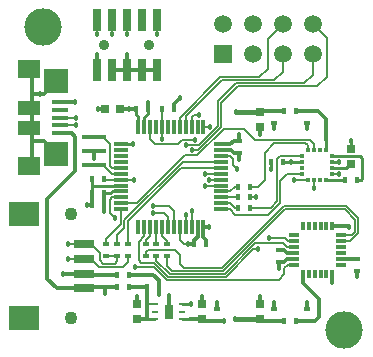
<source format=gtl>
%FSLAX24Y24*%
%MOIN*%
G70*
G01*
G75*
G04 Layer_Physical_Order=1*
G04 Layer_Color=255*
%ADD10R,0.0710X0.0300*%
%ADD11R,0.1024X0.0787*%
%ADD12R,0.0532X0.0157*%
%ADD13R,0.0748X0.0630*%
%ADD14R,0.0748X0.0472*%
%ADD15R,0.0787X0.0827*%
%ADD16R,0.0150X0.0200*%
%ADD17R,0.0291X0.0728*%
%ADD18R,0.0787X0.0157*%
%ADD19R,0.0118X0.0472*%
%ADD20R,0.0472X0.0118*%
%ADD21R,0.0236X0.0098*%
%ADD22R,0.0295X0.0472*%
%ADD23R,0.0200X0.0150*%
%ADD24R,0.0300X0.0250*%
%ADD25R,0.0335X0.0138*%
%ADD26R,0.0138X0.0315*%
%ADD27R,0.0250X0.0300*%
%ADD28R,0.0118X0.0165*%
%ADD29R,0.0165X0.0118*%
%ADD30C,0.0100*%
%ADD31C,0.0120*%
%ADD32C,0.0050*%
%ADD33C,0.0060*%
%ADD34C,0.0140*%
%ADD35C,0.0080*%
%ADD36C,0.0098*%
%ADD37C,0.0160*%
%ADD38C,0.0433*%
%ADD39C,0.0591*%
%ADD40R,0.0591X0.0591*%
%ADD41C,0.0354*%
%ADD42C,0.1250*%
%ADD43C,0.0180*%
D10*
X22630Y42582D02*
D03*
Y43074D02*
D03*
Y43566D02*
D03*
Y44058D02*
D03*
D11*
X20630Y41580D02*
D03*
Y45060D02*
D03*
D12*
X21830Y48782D02*
D03*
Y48526D02*
D03*
Y48270D02*
D03*
Y48014D02*
D03*
Y47758D02*
D03*
D13*
X20777Y46656D02*
D03*
Y49884D02*
D03*
D14*
Y48605D02*
D03*
Y47935D02*
D03*
D15*
X21702Y49490D02*
D03*
Y47050D02*
D03*
D16*
X29260Y46790D02*
D03*
X28860D02*
D03*
X23710Y42640D02*
D03*
X24110D02*
D03*
X24720Y42630D02*
D03*
X25120D02*
D03*
X23710Y43040D02*
D03*
X24110D02*
D03*
X29700Y41500D02*
D03*
X29300D02*
D03*
X26700Y44050D02*
D03*
X26300D02*
D03*
X24340Y48550D02*
D03*
X24740D02*
D03*
X23300Y45370D02*
D03*
X22900D02*
D03*
X23300Y45760D02*
D03*
X22900D02*
D03*
X29700Y48500D02*
D03*
X29300D02*
D03*
X31320Y46190D02*
D03*
X31720D02*
D03*
X23300Y46210D02*
D03*
X22900D02*
D03*
X25220Y48550D02*
D03*
X25620D02*
D03*
X28170Y45260D02*
D03*
X27770D02*
D03*
X28170Y45610D02*
D03*
X27770D02*
D03*
X28170Y45960D02*
D03*
X27770D02*
D03*
D17*
X23050Y49863D02*
D03*
Y51537D02*
D03*
X23550Y49863D02*
D03*
Y51537D02*
D03*
X24050Y49863D02*
D03*
Y51537D02*
D03*
X24550Y49863D02*
D03*
X25050D02*
D03*
X24550Y51537D02*
D03*
X25050D02*
D03*
D18*
X22950Y47622D02*
D03*
X22950Y47150D02*
D03*
X22950Y46678D02*
D03*
D19*
X24437Y47973D02*
D03*
X24634D02*
D03*
X24831D02*
D03*
X25028D02*
D03*
X25225D02*
D03*
X25422D02*
D03*
X25618D02*
D03*
X25815D02*
D03*
X26012D02*
D03*
X26209D02*
D03*
X26406D02*
D03*
X26603D02*
D03*
X24437Y44627D02*
D03*
X24634D02*
D03*
X24831D02*
D03*
X25028D02*
D03*
X25225D02*
D03*
X25422D02*
D03*
X25618D02*
D03*
X25815D02*
D03*
X26012D02*
D03*
X26209D02*
D03*
X26406D02*
D03*
X26603D02*
D03*
D20*
X23847Y47383D02*
D03*
Y47186D02*
D03*
Y46989D02*
D03*
Y46792D02*
D03*
Y46595D02*
D03*
Y46398D02*
D03*
Y46202D02*
D03*
Y46005D02*
D03*
Y45808D02*
D03*
Y45611D02*
D03*
Y45414D02*
D03*
Y45217D02*
D03*
X27193Y45217D02*
D03*
Y45414D02*
D03*
Y45611D02*
D03*
Y45808D02*
D03*
Y46005D02*
D03*
Y46202D02*
D03*
Y46398D02*
D03*
Y46595D02*
D03*
Y46792D02*
D03*
Y46989D02*
D03*
Y47186D02*
D03*
Y47383D02*
D03*
D21*
X25903Y41544D02*
D03*
Y41800D02*
D03*
Y42056D02*
D03*
X24997D02*
D03*
Y41800D02*
D03*
Y41544D02*
D03*
D22*
X25450Y41800D02*
D03*
D23*
X27050Y41500D02*
D03*
Y41900D02*
D03*
X23320Y42640D02*
D03*
Y43040D02*
D03*
X24090Y44050D02*
D03*
Y43650D02*
D03*
X23730Y44050D02*
D03*
Y43650D02*
D03*
X28950Y41500D02*
D03*
Y41900D02*
D03*
X30050Y41500D02*
D03*
Y41900D02*
D03*
X31710Y43570D02*
D03*
Y43170D02*
D03*
X27800Y47500D02*
D03*
Y47100D02*
D03*
X24680Y43650D02*
D03*
Y44050D02*
D03*
X29110Y43860D02*
D03*
Y43460D02*
D03*
X25030Y43650D02*
D03*
Y44050D02*
D03*
X25380Y43650D02*
D03*
Y44050D02*
D03*
X28950Y48500D02*
D03*
Y48100D02*
D03*
X30050Y48500D02*
D03*
Y48100D02*
D03*
X23370Y44050D02*
D03*
Y43650D02*
D03*
D24*
X26550Y41550D02*
D03*
Y42050D02*
D03*
X24400Y41550D02*
D03*
Y42050D02*
D03*
X28500Y41550D02*
D03*
Y42050D02*
D03*
X28500Y48450D02*
D03*
Y47950D02*
D03*
X31530Y46740D02*
D03*
Y47240D02*
D03*
D25*
X29632Y43368D02*
D03*
Y43565D02*
D03*
Y43762D02*
D03*
Y43958D02*
D03*
Y44155D02*
D03*
Y44352D02*
D03*
X31188Y43368D02*
D03*
Y43565D02*
D03*
Y43762D02*
D03*
Y43958D02*
D03*
Y44155D02*
D03*
Y44352D02*
D03*
D26*
X29918Y43073D02*
D03*
X30115D02*
D03*
X30312D02*
D03*
X30508D02*
D03*
X30705D02*
D03*
X30902D02*
D03*
Y44647D02*
D03*
X30705D02*
D03*
X30508D02*
D03*
X30312D02*
D03*
X30115D02*
D03*
X29918D02*
D03*
D27*
X23830Y48550D02*
D03*
X23330D02*
D03*
D28*
X30282Y47192D02*
D03*
X30478D02*
D03*
X30675Y47190D02*
D03*
X30478Y46188D02*
D03*
X30282D02*
D03*
X30085Y46188D02*
D03*
X30675Y46188D02*
D03*
X30085Y47192D02*
D03*
D29*
X30882Y46788D02*
D03*
Y46592D02*
D03*
Y46395D02*
D03*
X29878Y46592D02*
D03*
Y46788D02*
D03*
Y46985D02*
D03*
Y46395D02*
D03*
X30882Y46985D02*
D03*
D30*
X22900Y46005D02*
X23847D01*
X22900D02*
Y46210D01*
Y45760D02*
Y46005D01*
X28860Y46570D02*
Y46790D01*
X29270Y46788D02*
X29878D01*
X30882Y46985D02*
X31835D01*
X31352Y46592D02*
X31480Y46720D01*
X31318Y46188D02*
X31320Y46190D01*
X30675Y46188D02*
X31318D01*
X31530Y47240D02*
Y47486D01*
X30882Y46788D02*
X31128D01*
X24340Y48390D02*
Y48550D01*
Y48390D02*
X24437Y48293D01*
Y47973D02*
Y48293D01*
X24740Y48390D02*
Y48550D01*
X24634Y48284D02*
X24740Y48390D01*
X24634Y47973D02*
Y48284D01*
X23297Y45760D02*
X23510D01*
X23560Y45810D02*
X23845D01*
X23510Y45760D02*
X23560Y45810D01*
X23845D02*
X23847Y45808D01*
X30882Y46592D02*
X31352D01*
X31720Y46190D02*
X31850D01*
X30675Y47190D02*
Y47560D01*
X23847Y47383D02*
X24240D01*
X31850Y46190D02*
X31900Y46240D01*
Y46920D01*
X31835Y46985D02*
X31900Y46920D01*
D31*
X22900Y45370D02*
Y45760D01*
X22717Y45370D02*
X22900D01*
X30902Y42790D02*
Y43069D01*
X27610Y47100D02*
X27800D01*
X27524Y47186D02*
X27610Y47100D01*
X27193Y47186D02*
X27524D01*
X27620Y47500D02*
X27800D01*
X27503Y47383D02*
X27620Y47500D01*
X27193Y47383D02*
X27503D01*
X25620Y48710D02*
X25830Y48920D01*
X25620Y48553D02*
Y48710D01*
X23080Y48550D02*
X23327D01*
X22950Y46927D02*
Y47150D01*
X23300Y45147D02*
Y45370D01*
Y45760D01*
X29388Y43762D02*
X29632D01*
X29110Y43460D02*
X29300D01*
X29405Y43565D01*
X29632D01*
X29110Y43270D02*
Y43460D01*
X31710Y42980D02*
Y43170D01*
X31188Y43565D02*
X31705D01*
X30050Y41900D02*
Y42090D01*
X28950Y41900D02*
Y42090D01*
X28950Y47910D02*
Y48100D01*
X30050Y47910D02*
Y48100D01*
X26550Y42050D02*
Y42307D01*
X27050Y41900D02*
Y42100D01*
X24400Y42050D02*
Y42307D01*
X25448Y41802D02*
Y42320D01*
X24490Y43037D02*
X24493Y43040D01*
X26603Y44627D02*
X26803D01*
X26100Y44050D02*
X26300D01*
X27800Y47500D02*
Y47700D01*
Y46900D02*
Y47100D01*
X28500Y47710D02*
Y47950D01*
X26300Y44050D02*
Y44200D01*
X26406Y44306D01*
Y44627D01*
X26700Y44050D02*
Y44200D01*
X26603Y44297D02*
X26700Y44200D01*
X26603Y44297D02*
Y44627D01*
X28500Y48450D02*
X28550Y48500D01*
X23320Y42430D02*
Y42640D01*
X28500Y42050D02*
Y42290D01*
X29110Y43860D02*
X29290D01*
X29388Y43762D01*
X24740Y48553D02*
Y48753D01*
X29918Y42762D02*
Y43073D01*
Y42762D02*
X30450Y42230D01*
Y41640D02*
Y42230D01*
X30310Y41500D02*
X30450Y41640D01*
X30050Y41500D02*
X30310D01*
X27680Y48450D02*
X27680Y48450D01*
X30902Y44647D02*
X31417D01*
D32*
X23480Y45090D02*
X23660Y44910D01*
X24521Y43440D02*
X24951D01*
X25431Y42960D01*
X25030Y43503D02*
X25473Y43060D01*
X25030Y43503D02*
Y43650D01*
X25473Y43060D02*
X27309D01*
X25431Y42960D02*
X27350D01*
X25390Y42860D02*
X29110D01*
X24970Y43280D02*
X25390Y42860D01*
X24330Y43280D02*
X24970D01*
X24440Y43521D02*
Y44130D01*
Y43521D02*
X24521Y43440D01*
X23480Y45520D02*
X23571Y45611D01*
X23480Y45090D02*
Y45520D01*
X29165Y46985D02*
X29878D01*
X28170Y45960D02*
X28410D01*
X26012Y44627D02*
Y45040D01*
X26209Y44627D02*
Y45170D01*
X30882Y46395D02*
X31130D01*
X27473Y45217D02*
X27650Y45040D01*
X31770Y44429D02*
Y44911D01*
X31670Y44470D02*
Y44870D01*
X31497Y44155D02*
X31770Y44429D01*
X31550Y44350D02*
X31670Y44470D01*
X31188Y44155D02*
X31497D01*
X31280Y44350D02*
X31550D01*
X25830Y43400D02*
Y43680D01*
X25660Y43850D02*
X25830Y43680D01*
X24740Y43850D02*
X25660D01*
X24680Y43790D02*
X24740Y43850D01*
X24680Y43650D02*
Y43790D01*
X29382Y43958D02*
X29632D01*
X25380Y43330D02*
Y43650D01*
X27193Y45217D02*
X27473D01*
X30250Y51400D02*
X30730Y50920D01*
X25815Y47973D02*
Y48257D01*
X26012Y47973D02*
Y48312D01*
X23834Y46202D02*
X23847D01*
X25225Y47560D02*
Y47973D01*
X26650Y46005D02*
X27193D01*
X26660Y46398D02*
X27193D01*
X26780Y46202D02*
X27193D01*
X23555Y46595D02*
X23847D01*
X23480Y46670D02*
X23555Y46595D01*
X23480Y46670D02*
Y47400D01*
X23258Y47622D02*
X23480Y47400D01*
X22950Y47622D02*
X23258D01*
X23542Y46398D02*
X23847D01*
X23262Y46678D02*
X23542Y46398D01*
X22950Y46678D02*
X23262D01*
X27640Y45960D02*
X27770D01*
X27488Y45808D02*
X27640Y45960D01*
X27193Y45808D02*
X27488D01*
X27193Y45611D02*
X27769D01*
X27640Y45260D02*
X27770D01*
X27486Y45414D02*
X27640Y45260D01*
X27193Y45414D02*
X27486D01*
X25380Y44050D02*
Y44170D01*
X25225Y44325D02*
X25380Y44170D01*
X25225Y44325D02*
Y44627D01*
X25028Y44052D02*
Y44627D01*
X24680Y44050D02*
Y44180D01*
X24831Y44331D01*
Y44627D01*
X29408Y43368D02*
X29632D01*
X23571Y45611D02*
X23847D01*
Y45414D02*
X24379D01*
X25974Y47010D01*
X26390D01*
X27280Y47900D01*
X27940D01*
X28640Y46190D02*
Y47099D01*
X30282Y47192D02*
Y47398D01*
X30085Y47192D02*
Y47345D01*
X28640Y47099D02*
X28971Y47430D01*
X30000D01*
X30085Y47345D01*
X28410Y45960D02*
X28640Y46190D01*
X29395Y46395D02*
X29878D01*
X28170Y45610D02*
X28360D01*
X29060Y46880D02*
X29165Y46985D01*
X29160Y46160D02*
X29395Y46395D01*
X27650Y45040D02*
X28760D01*
X29160Y45440D01*
Y46160D01*
X28170Y45260D02*
X28839D01*
X29060Y45481D01*
Y46880D01*
X29300Y43050D02*
Y43260D01*
X29408Y43368D01*
X24634Y44324D02*
Y44627D01*
X24440Y44130D02*
X24634Y44324D01*
X29422Y44155D02*
X29632D01*
X29261Y44080D02*
X29382Y43958D01*
X29318Y44260D02*
X29422Y44155D01*
X25380Y43330D02*
X25550Y43160D01*
X27267D01*
X25830Y43400D02*
X25970Y43260D01*
X27226D01*
X27309Y43060D02*
X28329Y44080D01*
X29110Y42860D02*
X29300Y43050D01*
X28750Y50900D02*
X29250Y51400D01*
X24831Y47560D02*
Y47973D01*
Y47560D02*
X24996Y47395D01*
X25422Y44627D02*
Y44958D01*
X25300Y45080D02*
X25422Y44958D01*
X24930Y45080D02*
X25300D01*
X25618Y44627D02*
Y45142D01*
X24930Y45320D02*
X25440D01*
X25618Y45142D01*
X23847Y46202D02*
X24280D01*
X24996Y47395D02*
X25755D01*
X27193Y46989D02*
X27481D01*
X27580Y46890D01*
X25755Y47395D02*
X25880Y47520D01*
X26360D01*
X26209Y47973D02*
Y48289D01*
X26280Y48360D01*
X26460D01*
X26012Y47350D02*
X26443D01*
X26210Y47180D02*
X26415D01*
X26616Y47960D02*
X26820D01*
X26603Y47973D02*
X26616Y47960D01*
X27580Y46690D02*
Y46890D01*
Y46690D02*
X27710Y46560D01*
X26415Y47180D02*
X27200Y47965D01*
X26443Y47350D02*
X27100Y48007D01*
X27200Y47965D02*
Y48770D01*
X27100Y48007D02*
Y48811D01*
X27200Y48770D02*
X27740Y49310D01*
X27100Y48811D02*
X27699Y49410D01*
X27169Y49610D02*
X28470D01*
X26012Y48312D02*
X27210Y49510D01*
X25815Y48257D02*
X27169Y49610D01*
X28470D02*
X28750Y49890D01*
Y50900D01*
X30730Y49640D02*
Y50920D01*
X27740Y49310D02*
X30400D01*
X30730Y49640D01*
X30250Y49700D02*
Y50400D01*
X27699Y49410D02*
X29960D01*
X30250Y49700D01*
X29250Y49790D02*
Y50400D01*
X27210Y49510D02*
X28970D01*
X29250Y49790D01*
X27940Y47900D02*
X28310Y47530D01*
X30150D01*
X30282Y47398D01*
X29612Y46188D02*
X30085D01*
X29600Y46200D02*
X29612Y46188D01*
X28329Y44080D02*
X29261D01*
X28800Y44260D02*
X29318D01*
X27350Y42960D02*
X28265Y43875D01*
X28415D01*
X27267Y43160D02*
X29317Y45210D01*
X31330D01*
X31670Y44870D01*
X29276Y45310D02*
X31371D01*
X27226Y43260D02*
X29276Y45310D01*
X31371D02*
X31770Y44911D01*
D33*
X23970Y44590D02*
Y44850D01*
X23730Y44350D02*
X23970Y44590D01*
X23730Y44050D02*
Y44350D01*
X23847Y44717D02*
Y45217D01*
X23370Y44240D02*
X23847Y44717D01*
X23370Y44050D02*
Y44240D01*
X23970Y44850D02*
X25912Y46792D01*
X23370Y43650D02*
X23730D01*
X22840Y43570D02*
X23120Y43290D01*
X22634Y43570D02*
X22840D01*
X23120Y43290D02*
X23920D01*
X23250Y43400D02*
X23640D01*
X23140Y43510D02*
X23250Y43400D01*
X23140Y43510D02*
Y43760D01*
X23730Y43490D02*
Y43650D01*
X23640Y43400D02*
X23730Y43490D01*
X23920Y43290D02*
X24090Y43460D01*
X22842Y44058D02*
X23140Y43760D01*
X22630Y44058D02*
X22842D01*
X24090Y44050D02*
Y44814D01*
Y43460D02*
Y43650D01*
X22630Y43566D02*
X22634Y43570D01*
X22074Y44058D02*
X22630D01*
X22074Y43566D02*
X22630D01*
X21830Y48014D02*
X22340D01*
X21830Y48270D02*
X22340D01*
X25871Y46595D02*
X27193D01*
X25912Y46792D02*
X27193D01*
X25950Y44050D02*
X26100D01*
X25815Y44185D02*
X25950Y44050D01*
X25815Y44185D02*
Y44627D01*
X24796Y42056D02*
X24997D01*
X24090Y44814D02*
X25871Y46595D01*
D34*
X20900Y47480D02*
Y49060D01*
Y46779D02*
Y47480D01*
X21150Y49060D02*
X21272D01*
X20900D02*
X21150D01*
X20900D02*
Y49761D01*
X21272Y47480D02*
X21702Y47050D01*
X20900Y47480D02*
X21272D01*
Y49060D02*
X21702Y49490D01*
X21400Y45550D02*
X22330Y46480D01*
X21400Y42900D02*
Y45550D01*
Y42900D02*
X21718Y42582D01*
X21830Y48782D02*
X22318D01*
X25120Y42400D02*
Y42630D01*
Y42850D01*
X24930Y43040D02*
X25120Y42850D01*
X24110Y43040D02*
X24930D01*
X22212Y47758D02*
X22330Y47640D01*
Y46480D02*
Y47640D01*
X21830Y47758D02*
X22212D01*
X21718Y42582D02*
X22630D01*
X21926Y43074D02*
X22630D01*
X24690Y41544D02*
X24720Y41574D01*
Y42580D01*
X23320Y43040D02*
X23710D01*
X23320Y42640D02*
X23710D01*
X24550Y49863D02*
X25050D01*
X24050D02*
X24550D01*
X23550D02*
X24050D01*
X22870Y43040D02*
X23320D01*
X22900Y42640D02*
X23320D01*
X23830Y48550D02*
X24340D01*
X28550Y41500D02*
X28950D01*
X29300D01*
X29700D02*
X30050D01*
X26156Y41544D02*
X26550D01*
X26640Y41500D02*
X27280D01*
X24690Y41544D02*
X24744D01*
X24406D02*
X24690D01*
X24110Y42640D02*
X24720D01*
X29700Y48500D02*
X30050D01*
X28950D02*
X29300D01*
X28550D02*
X28950D01*
X30050Y48497D02*
X30413D01*
X23050Y49863D02*
Y50360D01*
X24050Y49863D02*
Y50360D01*
X30413Y48497D02*
X30675Y48235D01*
Y47560D02*
Y48235D01*
D35*
X30282Y45928D02*
Y46188D01*
X23050Y51050D02*
Y51537D01*
X23550Y51050D02*
Y51537D01*
X24050Y51050D02*
Y51537D01*
X25225Y47973D02*
Y48545D01*
X23308Y46202D02*
X23847D01*
X25050Y51050D02*
Y51537D01*
D36*
X25903Y42056D02*
X26184D01*
X25903Y41544D02*
X26156D01*
X24744D02*
X24997D01*
D37*
X27670Y41550D02*
X28500D01*
X27680Y48450D02*
X28500D01*
D38*
X22197Y41598D02*
D03*
Y45042D02*
D03*
D39*
X29250Y51400D02*
D03*
Y50400D02*
D03*
X28250Y51400D02*
D03*
Y50400D02*
D03*
X27250Y51400D02*
D03*
X30250Y50400D02*
D03*
Y51400D02*
D03*
D40*
X27250Y50400D02*
D03*
D41*
X23300Y50700D02*
D03*
X24800D02*
D03*
D42*
X21250Y51300D02*
D03*
X31300Y41200D02*
D03*
D43*
X22717Y45370D02*
D03*
X23660Y44910D02*
D03*
X23080Y48550D02*
D03*
X21150Y49060D02*
D03*
X22318Y48782D02*
D03*
X25120Y42400D02*
D03*
X25450Y42320D02*
D03*
X22074Y44058D02*
D03*
Y43566D02*
D03*
X21926Y43074D02*
D03*
X24330Y43280D02*
D03*
X22340Y48014D02*
D03*
Y48270D02*
D03*
X30675Y47560D02*
D03*
X28860Y46570D02*
D03*
X29510Y46788D02*
D03*
X30282Y45928D02*
D03*
X31130Y46395D02*
D03*
X31530Y47486D02*
D03*
X31128Y46788D02*
D03*
X26210Y47180D02*
D03*
X26012Y45040D02*
D03*
X26209Y45170D02*
D03*
X23050Y51050D02*
D03*
X23550D02*
D03*
X24050D02*
D03*
X27280Y41500D02*
D03*
X26650Y46005D02*
D03*
X26660Y46398D02*
D03*
X26780Y46202D02*
D03*
X25830Y48920D02*
D03*
X24110Y48550D02*
D03*
X22950Y46927D02*
D03*
X23300Y45147D02*
D03*
X29110Y43270D02*
D03*
X31710Y42980D02*
D03*
X30050Y42090D02*
D03*
X28950D02*
D03*
X28950Y47910D02*
D03*
X30050D02*
D03*
X26550Y42307D02*
D03*
X27050Y42100D02*
D03*
X26184Y42056D02*
D03*
X24400Y42307D02*
D03*
X26803Y44627D02*
D03*
X26100Y44050D02*
D03*
X27800Y47700D02*
D03*
Y46900D02*
D03*
X23320Y42430D02*
D03*
X28500Y47710D02*
D03*
X28500Y42290D02*
D03*
X28360Y45610D02*
D03*
X23050Y50360D02*
D03*
X24050D02*
D03*
X24740Y48753D02*
D03*
X26012Y47350D02*
D03*
X25225Y47560D02*
D03*
X26310Y47520D02*
D03*
X24930Y45320D02*
D03*
Y45080D02*
D03*
X26460Y48360D02*
D03*
X26820Y47960D02*
D03*
X27710Y46560D02*
D03*
X30900Y42790D02*
D03*
X27670Y41550D02*
D03*
X27680Y48450D02*
D03*
X29630Y46188D02*
D03*
X31440Y44640D02*
D03*
X25050Y51050D02*
D03*
X24240Y47383D02*
D03*
X24282Y46202D02*
D03*
X28415Y43875D02*
D03*
X28800Y44260D02*
D03*
M02*

</source>
